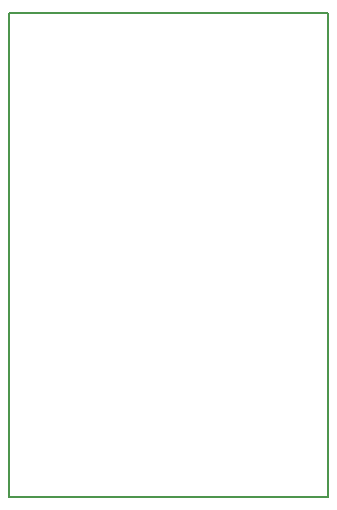
<source format=gko>
G04 Layer_Color=16711935*
%FSLAX44Y44*%
%MOMM*%
G71*
G01*
G75*
%ADD30C,0.1500*%
D30*
X0Y0D02*
Y410000D01*
X270000D01*
Y0D02*
Y410000D01*
X0Y0D02*
X270000D01*
M02*

</source>
